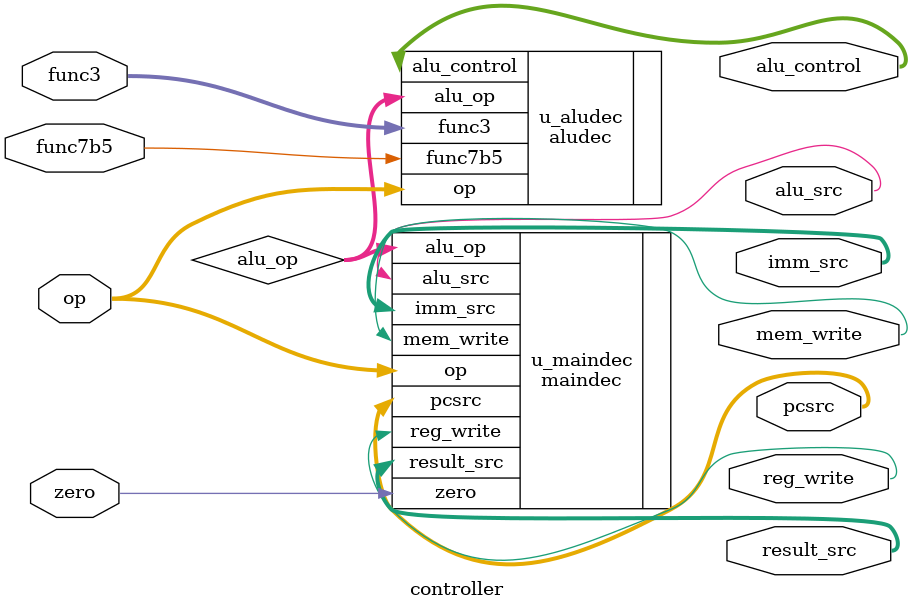
<source format=sv>
`include "maindec.sv"
`include "aludec.sv"

module controller(
		input  logic [6:0] op,
		input  logic [2:0] func3,
		input  logic func7b5,
		input  logic zero,
		output logic [1:0] pcsrc,
		output logic reg_write,
		output logic mem_write,
		output logic [1:0] imm_src,
		output logic alu_src,
		output logic [1:0] result_src,
		output logic [2:0] alu_control
	);

	logic [1:0] alu_op;

	maindec u_maindec(
		.alu_op    (alu_op),
		.zero (zero),
		.alu_src   (alu_src),
		.imm_src   (imm_src),
		.mem_write (mem_write),
		.op        (op),
		.reg_write (reg_write),
		.result_src(result_src),
		.pcsrc(pcsrc)
	);

	aludec u_aludec(
		.alu_control(alu_control),
		.alu_op     (alu_op),
		.func3      (func3),
		.func7b5    (func7b5),
		.op         (op)
	);
endmodule

</source>
